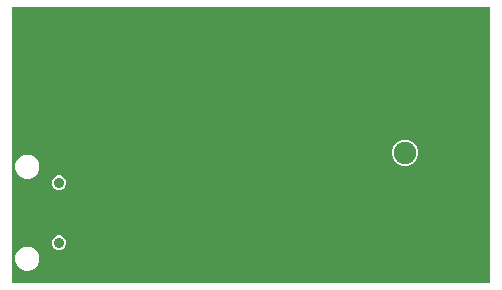
<source format=gbl>
G04 EAGLE Gerber RS-274X export*
G75*
%MOMM*%
%FSLAX34Y34*%
%LPD*%
%INBottom Copper*%
%IPPOS*%
%AMOC8*
5,1,8,0,0,1.08239X$1,22.5*%
G01*
%ADD10C,1.905000*%
%ADD11P,2.749271X8X202.500000*%
%ADD12C,0.900000*%
%ADD13C,0.654000*%

G36*
X408198Y3814D02*
X408198Y3814D01*
X408217Y3812D01*
X408319Y3834D01*
X408421Y3850D01*
X408438Y3860D01*
X408458Y3864D01*
X408547Y3917D01*
X408638Y3966D01*
X408652Y3980D01*
X408669Y3990D01*
X408736Y4069D01*
X408808Y4144D01*
X408816Y4162D01*
X408829Y4177D01*
X408868Y4273D01*
X408911Y4367D01*
X408913Y4387D01*
X408921Y4405D01*
X408939Y4572D01*
X408939Y236728D01*
X408936Y236748D01*
X408938Y236767D01*
X408916Y236869D01*
X408900Y236971D01*
X408890Y236988D01*
X408886Y237008D01*
X408833Y237097D01*
X408784Y237188D01*
X408770Y237202D01*
X408760Y237219D01*
X408681Y237286D01*
X408606Y237358D01*
X408588Y237366D01*
X408573Y237379D01*
X408477Y237418D01*
X408383Y237461D01*
X408363Y237463D01*
X408345Y237471D01*
X408178Y237489D01*
X4572Y237489D01*
X4552Y237486D01*
X4533Y237488D01*
X4431Y237466D01*
X4329Y237450D01*
X4312Y237440D01*
X4292Y237436D01*
X4203Y237383D01*
X4112Y237334D01*
X4098Y237320D01*
X4081Y237310D01*
X4014Y237231D01*
X3942Y237156D01*
X3934Y237138D01*
X3921Y237123D01*
X3882Y237027D01*
X3839Y236933D01*
X3837Y236913D01*
X3829Y236895D01*
X3811Y236728D01*
X3811Y4572D01*
X3814Y4552D01*
X3812Y4533D01*
X3834Y4431D01*
X3850Y4329D01*
X3860Y4312D01*
X3864Y4292D01*
X3917Y4203D01*
X3966Y4112D01*
X3980Y4098D01*
X3990Y4081D01*
X4069Y4014D01*
X4144Y3942D01*
X4162Y3934D01*
X4177Y3921D01*
X4273Y3882D01*
X4367Y3839D01*
X4387Y3837D01*
X4405Y3829D01*
X4572Y3811D01*
X408178Y3811D01*
X408198Y3814D01*
G37*
%LPC*%
G36*
X334352Y103250D02*
X334352Y103250D01*
X330291Y104933D01*
X327183Y108041D01*
X325500Y112102D01*
X325500Y116498D01*
X327183Y120559D01*
X330291Y123667D01*
X334352Y125350D01*
X338748Y125350D01*
X342809Y123667D01*
X345917Y120559D01*
X347600Y116498D01*
X347600Y112102D01*
X345917Y108041D01*
X342809Y104933D01*
X338748Y103250D01*
X334352Y103250D01*
G37*
%LPD*%
%LPC*%
G36*
X14929Y92339D02*
X14929Y92339D01*
X11194Y93886D01*
X8336Y96744D01*
X6789Y100479D01*
X6789Y104521D01*
X8336Y108256D01*
X11194Y111114D01*
X14929Y112661D01*
X18971Y112661D01*
X22706Y111114D01*
X25564Y108256D01*
X27111Y104521D01*
X27111Y100479D01*
X25564Y96744D01*
X22706Y93886D01*
X18971Y92339D01*
X14929Y92339D01*
G37*
%LPD*%
%LPC*%
G36*
X14929Y14339D02*
X14929Y14339D01*
X11194Y15886D01*
X8336Y18744D01*
X6789Y22479D01*
X6789Y26521D01*
X8336Y30256D01*
X11194Y33114D01*
X14929Y34661D01*
X18971Y34661D01*
X22706Y33114D01*
X25564Y30256D01*
X27111Y26521D01*
X27111Y22479D01*
X25564Y18744D01*
X22706Y15886D01*
X18971Y14339D01*
X14929Y14339D01*
G37*
%LPD*%
%LPC*%
G36*
X42752Y82875D02*
X42752Y82875D01*
X40537Y83792D01*
X38842Y85487D01*
X37925Y87702D01*
X37925Y90098D01*
X38842Y92313D01*
X40537Y94008D01*
X42752Y94925D01*
X45148Y94925D01*
X47363Y94008D01*
X49058Y92313D01*
X49975Y90098D01*
X49975Y87702D01*
X49058Y85487D01*
X47363Y83792D01*
X45148Y82875D01*
X42752Y82875D01*
G37*
%LPD*%
%LPC*%
G36*
X42752Y32075D02*
X42752Y32075D01*
X40537Y32992D01*
X38842Y34687D01*
X37925Y36902D01*
X37925Y39298D01*
X38842Y41513D01*
X40537Y43208D01*
X42752Y44125D01*
X45148Y44125D01*
X47363Y43208D01*
X49058Y41513D01*
X49975Y39298D01*
X49975Y36902D01*
X49058Y34687D01*
X47363Y32992D01*
X45148Y32075D01*
X42752Y32075D01*
G37*
%LPD*%
D10*
X336550Y114300D03*
D11*
X366550Y84300D03*
X306550Y84300D03*
X306550Y144300D03*
X366550Y144300D03*
D12*
X43950Y88900D03*
X43950Y38100D03*
D13*
X254000Y127000D03*
X279400Y127000D03*
X273050Y101600D03*
X304800Y127000D03*
X265430Y63500D03*
X255270Y63500D03*
X243840Y91440D03*
X234950Y133350D03*
X245110Y130810D03*
X238760Y52070D03*
X229870Y52070D03*
X214630Y95250D03*
X218440Y166370D03*
X228600Y166370D03*
X168910Y104140D03*
X168910Y113030D03*
X152400Y48260D03*
X142240Y48260D03*
X186690Y20320D03*
X196850Y20320D03*
X15240Y229870D03*
X38100Y229870D03*
X92710Y175260D03*
X102870Y175260D03*
X111760Y175260D03*
X26670Y229870D03*
X124460Y129540D03*
X133350Y129540D03*
X83820Y127000D03*
X92710Y114300D03*
X88900Y137160D03*
X36830Y110490D03*
X48260Y110490D03*
X36830Y16510D03*
X48260Y16510D03*
X7620Y116840D03*
X19050Y116840D03*
X8890Y11430D03*
X20320Y11430D03*
X86360Y74930D03*
X86360Y85090D03*
X66040Y71120D03*
X86360Y52070D03*
X134620Y21590D03*
X153670Y21590D03*
X168910Y173990D03*
X177800Y173990D03*
X186690Y173990D03*
X63500Y203200D03*
X63500Y229870D03*
X139700Y179070D03*
X139700Y203200D03*
X129540Y203200D03*
X149860Y203200D03*
X73660Y203200D03*
X66040Y39370D03*
X95250Y21590D03*
X116840Y21590D03*
X116840Y41910D03*
X135890Y41910D03*
X213360Y194310D03*
X101600Y203200D03*
X74930Y161290D03*
X66040Y152400D03*
X213360Y179070D03*
X212090Y212090D03*
X25400Y203200D03*
X177800Y203200D03*
X336550Y152400D03*
X351206Y149830D03*
X372309Y129668D03*
X375543Y115145D03*
X372974Y100489D03*
X352811Y79386D03*
X338288Y76151D03*
X323632Y78721D03*
X305069Y101423D03*
X322027Y149165D03*
M02*

</source>
